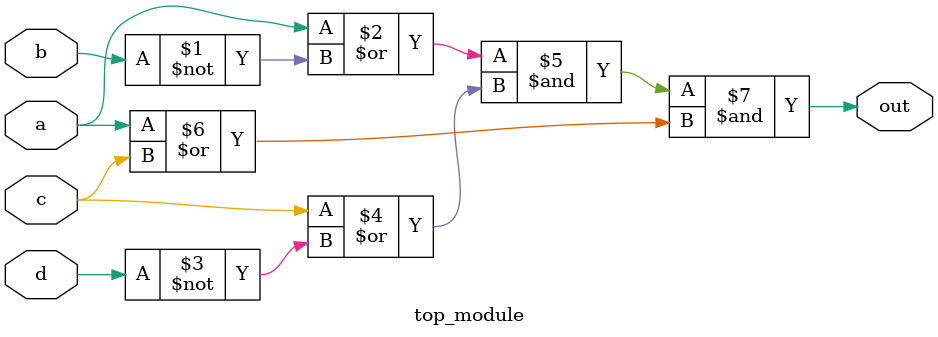
<source format=v>
module top_module(
    input a,
    input b,
    input c,
    input d,
    output out  ); 
    assign out = (a | ~b) & (c | ~d) & (a | c);
endmodule
</source>
